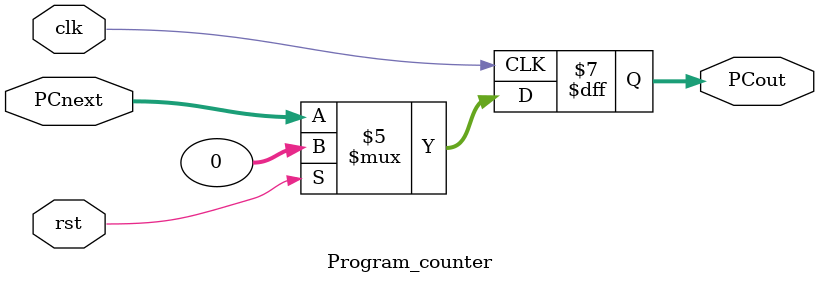
<source format=v>
`timescale 1ns / 1ps


module Program_counter(
input [31:0] PCnext,
input clk,rst,
output reg [31:0] PCout 
    );
    initial
        begin
    
        PCout=32'h00000000;
        end
        always @(posedge clk)
        begin 
            if (rst==1)
            begin 
                PCout<=32'h00000000;
            end 
            else
           
                PCout<=PCnext;
               
                end
                    
endmodule

</source>
